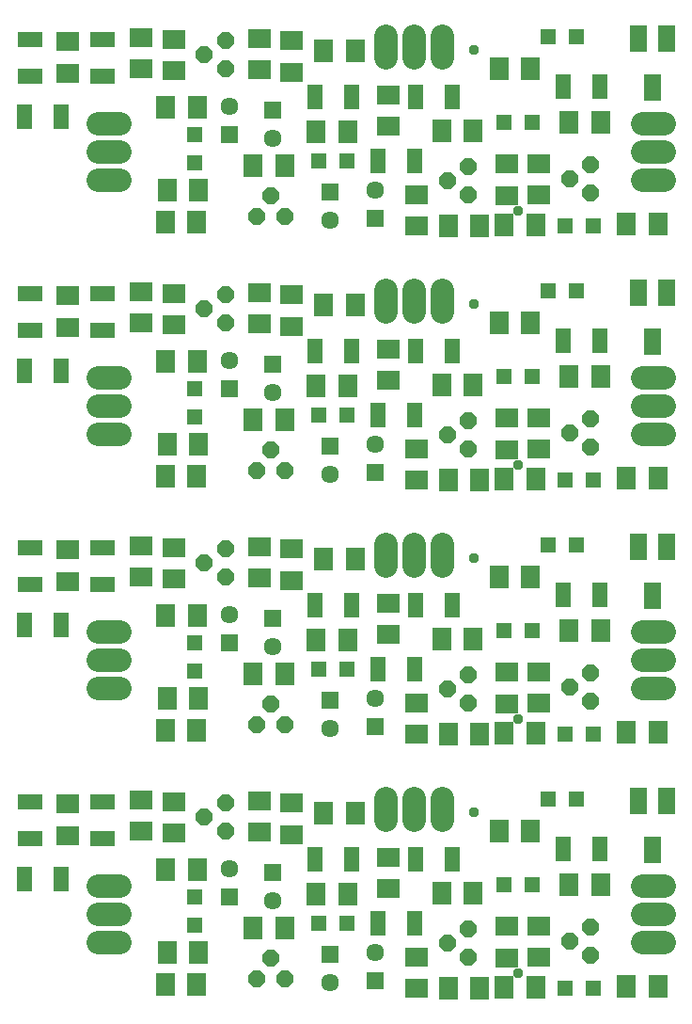
<source format=gbr>
G04 EAGLE Gerber X2 export*
%TF.Part,Single*%
%TF.FileFunction,Soldermask,Top,1*%
%TF.FilePolarity,Positive*%
%TF.GenerationSoftware,Autodesk,EAGLE,9.2.2*%
%TF.CreationDate,2019-06-08T20:53:53Z*%
G75*
%MOMM*%
%FSLAX34Y34*%
%LPD*%
%INSoldermask Top*%
%AMOC8*
5,1,8,0,0,1.08239X$1,22.5*%
G01*
%ADD10C,1.611200*%
%ADD11R,1.611200X1.611200*%
%ADD12R,1.524000X2.387600*%
%ADD13C,2.159000*%
%ADD14R,1.803200X2.006200*%
%ADD15P,1.649562X8X112.500000*%
%ADD16P,1.649562X8X22.500000*%
%ADD17R,1.473200X1.473200*%
%ADD18R,2.006200X1.803200*%
%ADD19R,1.473200X2.235200*%
%ADD20R,2.235200X1.473200*%
%ADD21C,0.959600*%


D10*
X298615Y717146D03*
D11*
X298615Y742546D03*
D10*
X339472Y744487D03*
D11*
X339472Y719087D03*
D12*
X601787Y880830D03*
X589057Y836830D03*
X576327Y880830D03*
D13*
X579642Y804522D02*
X599200Y804522D01*
X599200Y779122D02*
X579642Y779122D01*
X579642Y753722D02*
X599200Y753722D01*
X109200Y804522D02*
X89642Y804522D01*
X89642Y779122D02*
X109200Y779122D01*
X109200Y753722D02*
X89642Y753722D01*
X348621Y863661D02*
X348621Y883219D01*
X374021Y883219D02*
X374021Y863661D01*
X399421Y863661D02*
X399421Y883219D01*
D14*
X565495Y713601D03*
X593935Y713601D03*
D15*
X533395Y767642D03*
X514345Y754942D03*
X533395Y742242D03*
D16*
X258461Y720337D03*
X245761Y739387D03*
X233061Y720337D03*
D15*
X204440Y878962D03*
X185390Y866262D03*
X204440Y853562D03*
D14*
X542379Y805644D03*
X513939Y805644D03*
X483797Y712811D03*
X455357Y712811D03*
D17*
X510728Y712430D03*
X536128Y712430D03*
D18*
X486570Y768225D03*
X486570Y739785D03*
D14*
X450903Y854026D03*
X479343Y854026D03*
D17*
X480577Y805295D03*
X455177Y805295D03*
D14*
X321582Y869328D03*
X293142Y869328D03*
D15*
X423322Y765234D03*
X404272Y752534D03*
X423322Y739834D03*
D18*
X376223Y712118D03*
X376223Y740558D03*
D14*
X405090Y712041D03*
X433530Y712041D03*
D18*
X458012Y768085D03*
X458012Y739645D03*
D14*
X427537Y797357D03*
X399097Y797357D03*
D17*
X288636Y770849D03*
X314036Y770849D03*
D18*
X350887Y830336D03*
X350887Y801896D03*
D14*
X286091Y796837D03*
X314531Y796837D03*
X257725Y766564D03*
X229285Y766564D03*
D10*
X246973Y790621D03*
D11*
X246973Y816021D03*
D10*
X208486Y819620D03*
D11*
X208486Y794220D03*
D14*
X150776Y818570D03*
X179216Y818570D03*
D17*
X177047Y794321D03*
X177047Y768921D03*
D14*
X180310Y744151D03*
X151870Y744151D03*
X178589Y715925D03*
X150149Y715925D03*
D18*
X62755Y849417D03*
X62755Y877857D03*
X263686Y850585D03*
X263686Y879025D03*
X235410Y852666D03*
X235410Y881106D03*
X158383Y851625D03*
X158383Y880065D03*
X128169Y881928D03*
X128169Y853488D03*
D17*
X495477Y882452D03*
X520877Y882452D03*
D19*
X508738Y837939D03*
X541758Y837939D03*
X375799Y827955D03*
X408819Y827955D03*
X342060Y770974D03*
X375080Y770974D03*
X318301Y827805D03*
X285281Y827805D03*
X56760Y810298D03*
X23740Y810298D03*
D20*
X29014Y846780D03*
X29014Y879800D03*
X93747Y846786D03*
X93747Y879806D03*
D10*
X298615Y488546D03*
D11*
X298615Y513946D03*
D10*
X339472Y515887D03*
D11*
X339472Y490487D03*
D12*
X601787Y652230D03*
X589057Y608230D03*
X576327Y652230D03*
D13*
X579642Y575922D02*
X599200Y575922D01*
X599200Y550522D02*
X579642Y550522D01*
X579642Y525122D02*
X599200Y525122D01*
X109200Y575922D02*
X89642Y575922D01*
X89642Y550522D02*
X109200Y550522D01*
X109200Y525122D02*
X89642Y525122D01*
X348621Y635061D02*
X348621Y654619D01*
X374021Y654619D02*
X374021Y635061D01*
X399421Y635061D02*
X399421Y654619D01*
D14*
X565495Y485001D03*
X593935Y485001D03*
D15*
X533395Y539042D03*
X514345Y526342D03*
X533395Y513642D03*
D16*
X258461Y491737D03*
X245761Y510787D03*
X233061Y491737D03*
D15*
X204440Y650362D03*
X185390Y637662D03*
X204440Y624962D03*
D14*
X542379Y577044D03*
X513939Y577044D03*
X483797Y484211D03*
X455357Y484211D03*
D17*
X510728Y483830D03*
X536128Y483830D03*
D18*
X486570Y539625D03*
X486570Y511185D03*
D14*
X450903Y625426D03*
X479343Y625426D03*
D17*
X480577Y576695D03*
X455177Y576695D03*
D14*
X321582Y640728D03*
X293142Y640728D03*
D15*
X423322Y536634D03*
X404272Y523934D03*
X423322Y511234D03*
D18*
X376223Y483518D03*
X376223Y511958D03*
D14*
X405090Y483441D03*
X433530Y483441D03*
D18*
X458012Y539485D03*
X458012Y511045D03*
D14*
X427537Y568757D03*
X399097Y568757D03*
D17*
X288636Y542249D03*
X314036Y542249D03*
D18*
X350887Y601736D03*
X350887Y573296D03*
D14*
X286091Y568237D03*
X314531Y568237D03*
X257725Y537964D03*
X229285Y537964D03*
D10*
X246973Y562021D03*
D11*
X246973Y587421D03*
D10*
X208486Y591020D03*
D11*
X208486Y565620D03*
D14*
X150776Y589970D03*
X179216Y589970D03*
D17*
X177047Y565721D03*
X177047Y540321D03*
D14*
X180310Y515551D03*
X151870Y515551D03*
X178589Y487325D03*
X150149Y487325D03*
D18*
X62755Y620817D03*
X62755Y649257D03*
X263686Y621985D03*
X263686Y650425D03*
X235410Y624066D03*
X235410Y652506D03*
X158383Y623025D03*
X158383Y651465D03*
X128169Y653328D03*
X128169Y624888D03*
D17*
X495477Y653852D03*
X520877Y653852D03*
D19*
X508738Y609339D03*
X541758Y609339D03*
X375799Y599355D03*
X408819Y599355D03*
X342060Y542374D03*
X375080Y542374D03*
X318301Y599205D03*
X285281Y599205D03*
X56760Y581698D03*
X23740Y581698D03*
D20*
X29014Y618180D03*
X29014Y651200D03*
X93747Y618186D03*
X93747Y651206D03*
D10*
X298615Y259946D03*
D11*
X298615Y285346D03*
D10*
X339472Y287287D03*
D11*
X339472Y261887D03*
D12*
X601787Y423630D03*
X589057Y379630D03*
X576327Y423630D03*
D13*
X579642Y347322D02*
X599200Y347322D01*
X599200Y321922D02*
X579642Y321922D01*
X579642Y296522D02*
X599200Y296522D01*
X109200Y347322D02*
X89642Y347322D01*
X89642Y321922D02*
X109200Y321922D01*
X109200Y296522D02*
X89642Y296522D01*
X348621Y406461D02*
X348621Y426019D01*
X374021Y426019D02*
X374021Y406461D01*
X399421Y406461D02*
X399421Y426019D01*
D14*
X565495Y256401D03*
X593935Y256401D03*
D15*
X533395Y310442D03*
X514345Y297742D03*
X533395Y285042D03*
D16*
X258461Y263137D03*
X245761Y282187D03*
X233061Y263137D03*
D15*
X204440Y421762D03*
X185390Y409062D03*
X204440Y396362D03*
D14*
X542379Y348444D03*
X513939Y348444D03*
X483797Y255611D03*
X455357Y255611D03*
D17*
X510728Y255230D03*
X536128Y255230D03*
D18*
X486570Y311025D03*
X486570Y282585D03*
D14*
X450903Y396826D03*
X479343Y396826D03*
D17*
X480577Y348095D03*
X455177Y348095D03*
D14*
X321582Y412128D03*
X293142Y412128D03*
D15*
X423322Y308034D03*
X404272Y295334D03*
X423322Y282634D03*
D18*
X376223Y254918D03*
X376223Y283358D03*
D14*
X405090Y254841D03*
X433530Y254841D03*
D18*
X458012Y310885D03*
X458012Y282445D03*
D14*
X427537Y340157D03*
X399097Y340157D03*
D17*
X288636Y313649D03*
X314036Y313649D03*
D18*
X350887Y373136D03*
X350887Y344696D03*
D14*
X286091Y339637D03*
X314531Y339637D03*
X257725Y309364D03*
X229285Y309364D03*
D10*
X246973Y333421D03*
D11*
X246973Y358821D03*
D10*
X208486Y362420D03*
D11*
X208486Y337020D03*
D14*
X150776Y361370D03*
X179216Y361370D03*
D17*
X177047Y337121D03*
X177047Y311721D03*
D14*
X180310Y286951D03*
X151870Y286951D03*
X178589Y258725D03*
X150149Y258725D03*
D18*
X62755Y392217D03*
X62755Y420657D03*
X263686Y393385D03*
X263686Y421825D03*
X235410Y395466D03*
X235410Y423906D03*
X158383Y394425D03*
X158383Y422865D03*
X128169Y424728D03*
X128169Y396288D03*
D17*
X495477Y425252D03*
X520877Y425252D03*
D19*
X508738Y380739D03*
X541758Y380739D03*
X375799Y370755D03*
X408819Y370755D03*
X342060Y313774D03*
X375080Y313774D03*
X318301Y370605D03*
X285281Y370605D03*
X56760Y353098D03*
X23740Y353098D03*
D20*
X29014Y389580D03*
X29014Y422600D03*
X93747Y389586D03*
X93747Y422606D03*
D10*
X298615Y31346D03*
D11*
X298615Y56746D03*
D10*
X339472Y58687D03*
D11*
X339472Y33287D03*
D12*
X601787Y195030D03*
X589057Y151030D03*
X576327Y195030D03*
D13*
X579642Y118722D02*
X599200Y118722D01*
X599200Y93322D02*
X579642Y93322D01*
X579642Y67922D02*
X599200Y67922D01*
X109200Y118722D02*
X89642Y118722D01*
X89642Y93322D02*
X109200Y93322D01*
X109200Y67922D02*
X89642Y67922D01*
X348621Y177861D02*
X348621Y197419D01*
X374021Y197419D02*
X374021Y177861D01*
X399421Y177861D02*
X399421Y197419D01*
D14*
X565495Y27801D03*
X593935Y27801D03*
D15*
X533395Y81842D03*
X514345Y69142D03*
X533395Y56442D03*
D16*
X258461Y34537D03*
X245761Y53587D03*
X233061Y34537D03*
D15*
X204440Y193162D03*
X185390Y180462D03*
X204440Y167762D03*
D14*
X542379Y119844D03*
X513939Y119844D03*
X483797Y27011D03*
X455357Y27011D03*
D17*
X510728Y26630D03*
X536128Y26630D03*
D18*
X486570Y82425D03*
X486570Y53985D03*
D14*
X450903Y168226D03*
X479343Y168226D03*
D17*
X480577Y119495D03*
X455177Y119495D03*
D14*
X321582Y183528D03*
X293142Y183528D03*
D15*
X423322Y79434D03*
X404272Y66734D03*
X423322Y54034D03*
D18*
X376223Y26318D03*
X376223Y54758D03*
D14*
X405090Y26241D03*
X433530Y26241D03*
D18*
X458012Y82285D03*
X458012Y53845D03*
D14*
X427537Y111557D03*
X399097Y111557D03*
D17*
X288636Y85049D03*
X314036Y85049D03*
D18*
X350887Y144536D03*
X350887Y116096D03*
D14*
X286091Y111037D03*
X314531Y111037D03*
X257725Y80764D03*
X229285Y80764D03*
D10*
X246973Y104821D03*
D11*
X246973Y130221D03*
D10*
X208486Y133820D03*
D11*
X208486Y108420D03*
D14*
X150776Y132770D03*
X179216Y132770D03*
D17*
X177047Y108521D03*
X177047Y83121D03*
D14*
X180310Y58351D03*
X151870Y58351D03*
X178589Y30125D03*
X150149Y30125D03*
D18*
X62755Y163617D03*
X62755Y192057D03*
X263686Y164785D03*
X263686Y193225D03*
X235410Y166866D03*
X235410Y195306D03*
X158383Y165825D03*
X158383Y194265D03*
X128169Y196128D03*
X128169Y167688D03*
D17*
X495477Y196652D03*
X520877Y196652D03*
D19*
X508738Y152139D03*
X541758Y152139D03*
X375799Y142155D03*
X408819Y142155D03*
X342060Y85174D03*
X375080Y85174D03*
X318301Y142005D03*
X285281Y142005D03*
X56760Y124498D03*
X23740Y124498D03*
D20*
X29014Y160980D03*
X29014Y194000D03*
X93747Y160986D03*
X93747Y194006D03*
D21*
X428494Y870406D03*
X467868Y725932D03*
X428494Y641806D03*
X467868Y497332D03*
X428494Y413206D03*
X467868Y268732D03*
X428494Y184606D03*
X467868Y40132D03*
M02*

</source>
